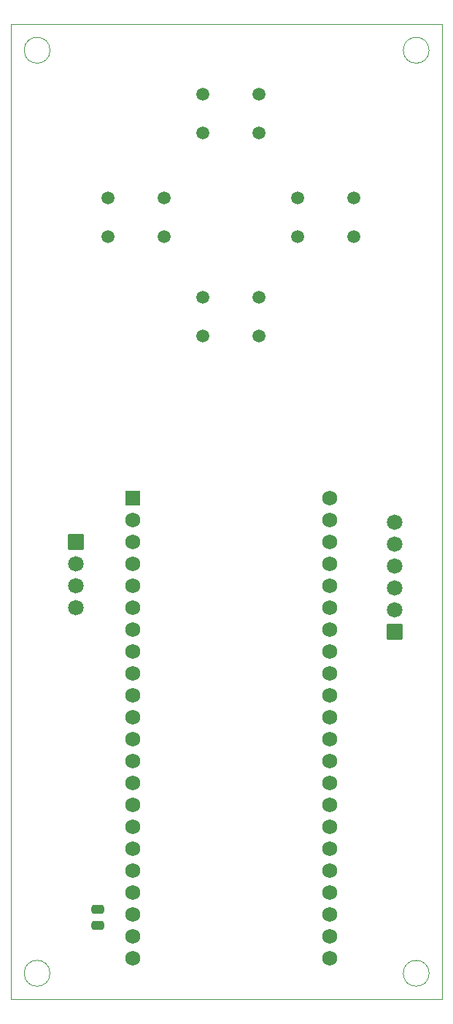
<source format=gbr>
%TF.GenerationSoftware,KiCad,Pcbnew,8.0.6*%
%TF.CreationDate,2024-11-20T17:32:44-08:00*%
%TF.ProjectId,hardware_password,68617264-7761-4726-955f-70617373776f,rev?*%
%TF.SameCoordinates,Original*%
%TF.FileFunction,Soldermask,Top*%
%TF.FilePolarity,Negative*%
%FSLAX46Y46*%
G04 Gerber Fmt 4.6, Leading zero omitted, Abs format (unit mm)*
G04 Created by KiCad (PCBNEW 8.0.6) date 2024-11-20 17:32:44*
%MOMM*%
%LPD*%
G01*
G04 APERTURE LIST*
G04 Aperture macros list*
%AMRoundRect*
0 Rectangle with rounded corners*
0 $1 Rounding radius*
0 $2 $3 $4 $5 $6 $7 $8 $9 X,Y pos of 4 corners*
0 Add a 4 corners polygon primitive as box body*
4,1,4,$2,$3,$4,$5,$6,$7,$8,$9,$2,$3,0*
0 Add four circle primitives for the rounded corners*
1,1,$1+$1,$2,$3*
1,1,$1+$1,$4,$5*
1,1,$1+$1,$6,$7*
1,1,$1+$1,$8,$9*
0 Add four rect primitives between the rounded corners*
20,1,$1+$1,$2,$3,$4,$5,0*
20,1,$1+$1,$4,$5,$6,$7,0*
20,1,$1+$1,$6,$7,$8,$9,0*
20,1,$1+$1,$8,$9,$2,$3,0*%
G04 Aperture macros list end*
%ADD10C,1.507998*%
%ADD11RoundRect,0.102000X-0.802500X0.802500X-0.802500X-0.802500X0.802500X-0.802500X0.802500X0.802500X0*%
%ADD12C,1.809000*%
%ADD13RoundRect,0.102000X-0.765000X-0.765000X0.765000X-0.765000X0.765000X0.765000X-0.765000X0.765000X0*%
%ADD14C,1.734000*%
%ADD15RoundRect,0.102000X0.802500X-0.802500X0.802500X0.802500X-0.802500X0.802500X-0.802500X-0.802500X0*%
%ADD16RoundRect,0.250000X-0.475000X0.250000X-0.475000X-0.250000X0.475000X-0.250000X0.475000X0.250000X0*%
%TA.AperFunction,Profile*%
%ADD17C,0.100000*%
%TD*%
G04 APERTURE END LIST*
D10*
%TO.C,SW2*%
X110249999Y-58604900D03*
X116750001Y-58604900D03*
X110249999Y-63104901D03*
X116750001Y-63104901D03*
%TD*%
D11*
%TO.C,J1*%
X95500000Y-110460000D03*
D12*
X95500000Y-113000000D03*
X95500000Y-115540000D03*
X95500000Y-118080000D03*
%TD*%
D13*
%TO.C,U1*%
X102140000Y-105440000D03*
D14*
X102140000Y-107980000D03*
X102140000Y-110520000D03*
X102140000Y-113060000D03*
X102140000Y-115600000D03*
X102140000Y-118140000D03*
X102140000Y-120680000D03*
X102140000Y-123220000D03*
X102140000Y-125760000D03*
X102140000Y-128300000D03*
X102140000Y-130840000D03*
X102140000Y-133380000D03*
X102140000Y-135920000D03*
X102140000Y-138460000D03*
X102140000Y-141000000D03*
X102140000Y-143540000D03*
X102140000Y-146080000D03*
X102140000Y-148620000D03*
X102140000Y-151160000D03*
X102140000Y-153700000D03*
X102140000Y-156240000D03*
X102140000Y-158780000D03*
X125000000Y-105440000D03*
X125000000Y-107980000D03*
X125000000Y-110520000D03*
X125000000Y-113060000D03*
X125000000Y-115600000D03*
X125000000Y-118140000D03*
X125000000Y-120680000D03*
X125000000Y-123220000D03*
X125000000Y-125760000D03*
X125000000Y-128300000D03*
X125000000Y-130840000D03*
X125000000Y-133380000D03*
X125000000Y-135920000D03*
X125000000Y-138460000D03*
X125000000Y-141000000D03*
X125000000Y-143540000D03*
X125000000Y-146080000D03*
X125000000Y-148620000D03*
X125000000Y-151160000D03*
X125000000Y-153700000D03*
X125000000Y-156240000D03*
X125000000Y-158780000D03*
%TD*%
D10*
%TO.C,SW4*%
X110249999Y-82104900D03*
X116750001Y-82104900D03*
X110249999Y-86604901D03*
X116750001Y-86604901D03*
%TD*%
D15*
%TO.C,J2*%
X132500000Y-120879000D03*
D12*
X132500000Y-118339000D03*
X132500000Y-115799000D03*
X132500000Y-113259000D03*
X132500000Y-110719000D03*
X132500000Y-108179000D03*
%TD*%
D16*
%TO.C,C1*%
X98000000Y-153050000D03*
X98000000Y-154950000D03*
%TD*%
D10*
%TO.C,SW1*%
X121249999Y-70604900D03*
X127750001Y-70604900D03*
X121249999Y-75104901D03*
X127750001Y-75104901D03*
%TD*%
%TO.C,SW3*%
X99249999Y-70604900D03*
X105750001Y-70604900D03*
X99249999Y-75104901D03*
X105750001Y-75104901D03*
%TD*%
D17*
X92500000Y-53500000D02*
G75*
G02*
X89500000Y-53500000I-1500000J0D01*
G01*
X89500000Y-53500000D02*
G75*
G02*
X92500000Y-53500000I1500000J0D01*
G01*
X136500000Y-53500000D02*
G75*
G02*
X133500000Y-53500000I-1500000J0D01*
G01*
X133500000Y-53500000D02*
G75*
G02*
X136500000Y-53500000I1500000J0D01*
G01*
X88000000Y-50500000D02*
X138000000Y-50500000D01*
X138000000Y-163500000D01*
X88000000Y-163500000D01*
X88000000Y-50500000D01*
X92500000Y-160500000D02*
G75*
G02*
X89500000Y-160500000I-1500000J0D01*
G01*
X89500000Y-160500000D02*
G75*
G02*
X92500000Y-160500000I1500000J0D01*
G01*
X136500000Y-160500000D02*
G75*
G02*
X133500000Y-160500000I-1500000J0D01*
G01*
X133500000Y-160500000D02*
G75*
G02*
X136500000Y-160500000I1500000J0D01*
G01*
M02*

</source>
